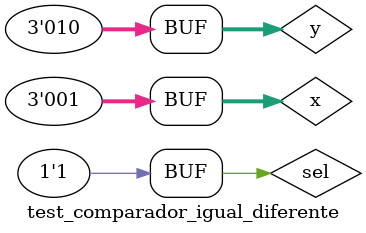
<source format=v>
module comparador_igual_diferente (
    output wire resultado,  // Saída: 0 se igual, 1 se diferente
    input wire [2:0] A,     // Entrada A (3 bits)
    input wire [2:0] B,     // Entrada B (3 bits)
    input wire sel          // Chave de seleção (0-igual; 1-diferente)
);

// Fios intermediários para o comparador
wire [2:0] xor_result, xnor_result;
wire igual, diferente;

// Operações XOR e XNOR bit a bit
xor XOR0 (xor_result[0], A[0], B[0]);
xor XOR1 (xor_result[1], A[1], B[1]);
xor XOR2 (xor_result[2], A[2], B[2]);

xnor XNOR0 (xnor_result[0], A[0], B[0]);
xnor XNOR1 (xnor_result[1], A[1], B[1]);
xnor XNOR2 (xnor_result[2], A[2], B[2]);

// Verificar se todos os bits são iguais
and AND_IGUAL (igual, xnor_result[0], xnor_result[1], xnor_result[2]);

// Verificar se pelo menos um bit é diferente
or OR_DIFERENTE (diferente, xor_result[0], xor_result[1], xor_result[2]);

// Seleção entre igualdade e diferença
wire sel_not;
not NOT1 (sel_not, sel);
and AND_IGUAL_SEL (resultado_igual, igual, sel_not);
and AND_DIFERENTE_SEL (resultado_diferente, diferente, sel);
or OR_FINAL (resultado, resultado_igual, resultado_diferente);

endmodule

// Módulo de teste para o comparador
module test_comparador_igual_diferente;
reg [2:0] x;
reg [2:0] y;
reg sel;
wire z;

comparador_igual_diferente COMP_MOD (z, x, y, sel);

initial begin
    $display("Comparador de Igualdade/Diferença");
    $display("A    B    sel   resultado");

    // Testes
    x = 3'b000; y = 3'b000; sel = 1'b0;  // A igual B (Igualdade)
    #1 $monitor("%3b  %3b   %1b    %1b", x, y, sel, z);
    
    #1 sel = 1'b1;  // A igual B (Diferença)
    #1 x = 3'b001; y = 3'b010; sel = 1'b0;  // A diferente de B (Igualdade)
    #1 sel = 1'b1;  // A diferente de B (Diferença)
end
endmodule

</source>
